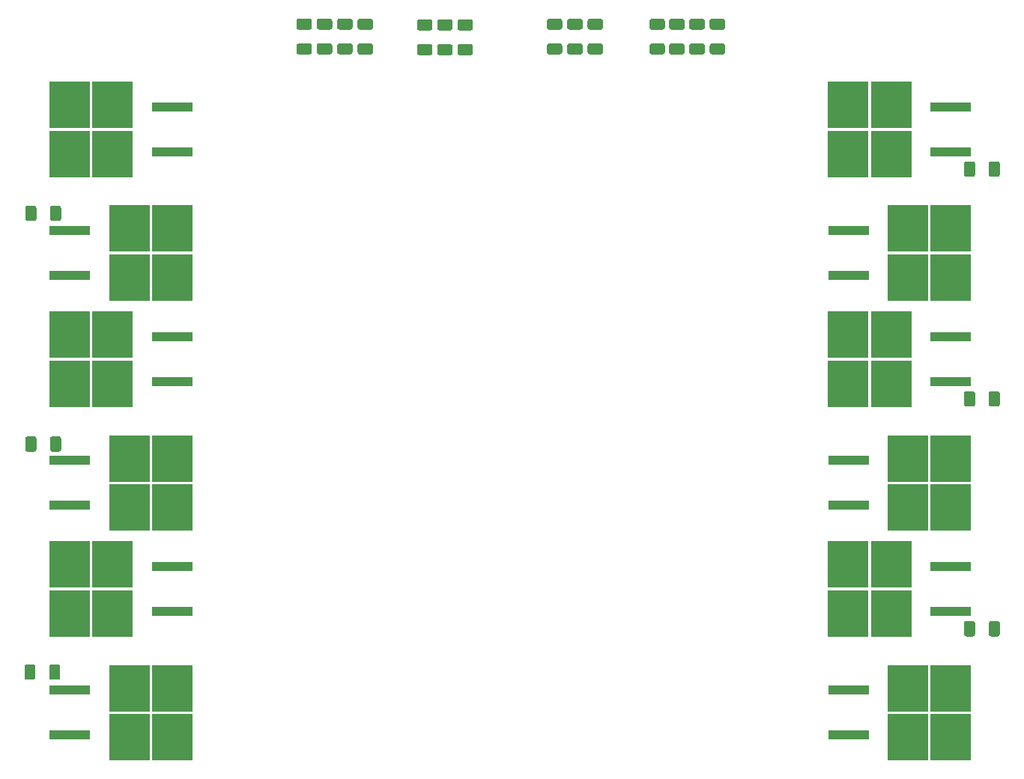
<source format=gbr>
%TF.GenerationSoftware,KiCad,Pcbnew,(5.1.9)-1*%
%TF.CreationDate,2021-03-10T13:59:59+01:00*%
%TF.ProjectId,Bobbycontroller,426f6262-7963-46f6-9e74-726f6c6c6572,rev?*%
%TF.SameCoordinates,Original*%
%TF.FileFunction,Paste,Bot*%
%TF.FilePolarity,Positive*%
%FSLAX46Y46*%
G04 Gerber Fmt 4.6, Leading zero omitted, Abs format (unit mm)*
G04 Created by KiCad (PCBNEW (5.1.9)-1) date 2021-03-10 13:59:59*
%MOMM*%
%LPD*%
G01*
G04 APERTURE LIST*
%ADD10R,4.550000X5.250000*%
%ADD11R,4.600000X1.100000*%
G04 APERTURE END LIST*
%TO.C,C69*%
G36*
G01*
X17975000Y-37125000D02*
X17975000Y-35875000D01*
G75*
G02*
X18225000Y-35625000I250000J0D01*
G01*
X18975000Y-35625000D01*
G75*
G02*
X19225000Y-35875000I0J-250000D01*
G01*
X19225000Y-37125000D01*
G75*
G02*
X18975000Y-37375000I-250000J0D01*
G01*
X18225000Y-37375000D01*
G75*
G02*
X17975000Y-37125000I0J250000D01*
G01*
G37*
G36*
G01*
X15175000Y-37125000D02*
X15175000Y-35875000D01*
G75*
G02*
X15425000Y-35625000I250000J0D01*
G01*
X16175000Y-35625000D01*
G75*
G02*
X16425000Y-35875000I0J-250000D01*
G01*
X16425000Y-37125000D01*
G75*
G02*
X16175000Y-37375000I-250000J0D01*
G01*
X15425000Y-37375000D01*
G75*
G02*
X15175000Y-37125000I0J250000D01*
G01*
G37*
%TD*%
%TO.C,C68*%
G36*
G01*
X17875000Y-89025000D02*
X17875000Y-87775000D01*
G75*
G02*
X18125000Y-87525000I250000J0D01*
G01*
X18875000Y-87525000D01*
G75*
G02*
X19125000Y-87775000I0J-250000D01*
G01*
X19125000Y-89025000D01*
G75*
G02*
X18875000Y-89275000I-250000J0D01*
G01*
X18125000Y-89275000D01*
G75*
G02*
X17875000Y-89025000I0J250000D01*
G01*
G37*
G36*
G01*
X15075000Y-89025000D02*
X15075000Y-87775000D01*
G75*
G02*
X15325000Y-87525000I250000J0D01*
G01*
X16075000Y-87525000D01*
G75*
G02*
X16325000Y-87775000I0J-250000D01*
G01*
X16325000Y-89025000D01*
G75*
G02*
X16075000Y-89275000I-250000J0D01*
G01*
X15325000Y-89275000D01*
G75*
G02*
X15075000Y-89025000I0J250000D01*
G01*
G37*
%TD*%
%TO.C,C67*%
G36*
G01*
X17975000Y-63225000D02*
X17975000Y-61975000D01*
G75*
G02*
X18225000Y-61725000I250000J0D01*
G01*
X18975000Y-61725000D01*
G75*
G02*
X19225000Y-61975000I0J-250000D01*
G01*
X19225000Y-63225000D01*
G75*
G02*
X18975000Y-63475000I-250000J0D01*
G01*
X18225000Y-63475000D01*
G75*
G02*
X17975000Y-63225000I0J250000D01*
G01*
G37*
G36*
G01*
X15175000Y-63225000D02*
X15175000Y-61975000D01*
G75*
G02*
X15425000Y-61725000I250000J0D01*
G01*
X16175000Y-61725000D01*
G75*
G02*
X16425000Y-61975000I0J-250000D01*
G01*
X16425000Y-63225000D01*
G75*
G02*
X16175000Y-63475000I-250000J0D01*
G01*
X15425000Y-63475000D01*
G75*
G02*
X15175000Y-63225000I0J250000D01*
G01*
G37*
%TD*%
%TO.C,C66*%
G36*
G01*
X122525000Y-56875000D02*
X122525000Y-58125000D01*
G75*
G02*
X122275000Y-58375000I-250000J0D01*
G01*
X121525000Y-58375000D01*
G75*
G02*
X121275000Y-58125000I0J250000D01*
G01*
X121275000Y-56875000D01*
G75*
G02*
X121525000Y-56625000I250000J0D01*
G01*
X122275000Y-56625000D01*
G75*
G02*
X122525000Y-56875000I0J-250000D01*
G01*
G37*
G36*
G01*
X125325000Y-56875000D02*
X125325000Y-58125000D01*
G75*
G02*
X125075000Y-58375000I-250000J0D01*
G01*
X124325000Y-58375000D01*
G75*
G02*
X124075000Y-58125000I0J250000D01*
G01*
X124075000Y-56875000D01*
G75*
G02*
X124325000Y-56625000I250000J0D01*
G01*
X125075000Y-56625000D01*
G75*
G02*
X125325000Y-56875000I0J-250000D01*
G01*
G37*
%TD*%
%TO.C,C65*%
G36*
G01*
X122525000Y-82875000D02*
X122525000Y-84125000D01*
G75*
G02*
X122275000Y-84375000I-250000J0D01*
G01*
X121525000Y-84375000D01*
G75*
G02*
X121275000Y-84125000I0J250000D01*
G01*
X121275000Y-82875000D01*
G75*
G02*
X121525000Y-82625000I250000J0D01*
G01*
X122275000Y-82625000D01*
G75*
G02*
X122525000Y-82875000I0J-250000D01*
G01*
G37*
G36*
G01*
X125325000Y-82875000D02*
X125325000Y-84125000D01*
G75*
G02*
X125075000Y-84375000I-250000J0D01*
G01*
X124325000Y-84375000D01*
G75*
G02*
X124075000Y-84125000I0J250000D01*
G01*
X124075000Y-82875000D01*
G75*
G02*
X124325000Y-82625000I250000J0D01*
G01*
X125075000Y-82625000D01*
G75*
G02*
X125325000Y-82875000I0J-250000D01*
G01*
G37*
%TD*%
%TO.C,C64*%
G36*
G01*
X122525000Y-30875000D02*
X122525000Y-32125000D01*
G75*
G02*
X122275000Y-32375000I-250000J0D01*
G01*
X121525000Y-32375000D01*
G75*
G02*
X121275000Y-32125000I0J250000D01*
G01*
X121275000Y-30875000D01*
G75*
G02*
X121525000Y-30625000I250000J0D01*
G01*
X122275000Y-30625000D01*
G75*
G02*
X122525000Y-30875000I0J-250000D01*
G01*
G37*
G36*
G01*
X125325000Y-30875000D02*
X125325000Y-32125000D01*
G75*
G02*
X125075000Y-32375000I-250000J0D01*
G01*
X124325000Y-32375000D01*
G75*
G02*
X124075000Y-32125000I0J250000D01*
G01*
X124075000Y-30875000D01*
G75*
G02*
X124325000Y-30625000I250000J0D01*
G01*
X125075000Y-30625000D01*
G75*
G02*
X125325000Y-30875000I0J-250000D01*
G01*
G37*
%TD*%
%TO.C,C59*%
G36*
G01*
X60955000Y-15805000D02*
X59705000Y-15805000D01*
G75*
G02*
X59455000Y-15555000I0J250000D01*
G01*
X59455000Y-14805000D01*
G75*
G02*
X59705000Y-14555000I250000J0D01*
G01*
X60955000Y-14555000D01*
G75*
G02*
X61205000Y-14805000I0J-250000D01*
G01*
X61205000Y-15555000D01*
G75*
G02*
X60955000Y-15805000I-250000J0D01*
G01*
G37*
G36*
G01*
X60955000Y-18605000D02*
X59705000Y-18605000D01*
G75*
G02*
X59455000Y-18355000I0J250000D01*
G01*
X59455000Y-17605000D01*
G75*
G02*
X59705000Y-17355000I250000J0D01*
G01*
X60955000Y-17355000D01*
G75*
G02*
X61205000Y-17605000I0J-250000D01*
G01*
X61205000Y-18355000D01*
G75*
G02*
X60955000Y-18605000I-250000J0D01*
G01*
G37*
%TD*%
%TO.C,C58*%
G36*
G01*
X77925000Y-15725000D02*
X76675000Y-15725000D01*
G75*
G02*
X76425000Y-15475000I0J250000D01*
G01*
X76425000Y-14725000D01*
G75*
G02*
X76675000Y-14475000I250000J0D01*
G01*
X77925000Y-14475000D01*
G75*
G02*
X78175000Y-14725000I0J-250000D01*
G01*
X78175000Y-15475000D01*
G75*
G02*
X77925000Y-15725000I-250000J0D01*
G01*
G37*
G36*
G01*
X77925000Y-18525000D02*
X76675000Y-18525000D01*
G75*
G02*
X76425000Y-18275000I0J250000D01*
G01*
X76425000Y-17525000D01*
G75*
G02*
X76675000Y-17275000I250000J0D01*
G01*
X77925000Y-17275000D01*
G75*
G02*
X78175000Y-17525000I0J-250000D01*
G01*
X78175000Y-18275000D01*
G75*
G02*
X77925000Y-18525000I-250000J0D01*
G01*
G37*
%TD*%
%TO.C,C57*%
G36*
G01*
X63225000Y-15805000D02*
X61975000Y-15805000D01*
G75*
G02*
X61725000Y-15555000I0J250000D01*
G01*
X61725000Y-14805000D01*
G75*
G02*
X61975000Y-14555000I250000J0D01*
G01*
X63225000Y-14555000D01*
G75*
G02*
X63475000Y-14805000I0J-250000D01*
G01*
X63475000Y-15555000D01*
G75*
G02*
X63225000Y-15805000I-250000J0D01*
G01*
G37*
G36*
G01*
X63225000Y-18605000D02*
X61975000Y-18605000D01*
G75*
G02*
X61725000Y-18355000I0J250000D01*
G01*
X61725000Y-17605000D01*
G75*
G02*
X61975000Y-17355000I250000J0D01*
G01*
X63225000Y-17355000D01*
G75*
G02*
X63475000Y-17605000I0J-250000D01*
G01*
X63475000Y-18355000D01*
G75*
G02*
X63225000Y-18605000I-250000J0D01*
G01*
G37*
%TD*%
%TO.C,C56*%
G36*
G01*
X47325000Y-15725000D02*
X46075000Y-15725000D01*
G75*
G02*
X45825000Y-15475000I0J250000D01*
G01*
X45825000Y-14725000D01*
G75*
G02*
X46075000Y-14475000I250000J0D01*
G01*
X47325000Y-14475000D01*
G75*
G02*
X47575000Y-14725000I0J-250000D01*
G01*
X47575000Y-15475000D01*
G75*
G02*
X47325000Y-15725000I-250000J0D01*
G01*
G37*
G36*
G01*
X47325000Y-18525000D02*
X46075000Y-18525000D01*
G75*
G02*
X45825000Y-18275000I0J250000D01*
G01*
X45825000Y-17525000D01*
G75*
G02*
X46075000Y-17275000I250000J0D01*
G01*
X47325000Y-17275000D01*
G75*
G02*
X47575000Y-17525000I0J-250000D01*
G01*
X47575000Y-18275000D01*
G75*
G02*
X47325000Y-18525000I-250000J0D01*
G01*
G37*
%TD*%
%TO.C,C55*%
G36*
G01*
X80225000Y-15725000D02*
X78975000Y-15725000D01*
G75*
G02*
X78725000Y-15475000I0J250000D01*
G01*
X78725000Y-14725000D01*
G75*
G02*
X78975000Y-14475000I250000J0D01*
G01*
X80225000Y-14475000D01*
G75*
G02*
X80475000Y-14725000I0J-250000D01*
G01*
X80475000Y-15475000D01*
G75*
G02*
X80225000Y-15725000I-250000J0D01*
G01*
G37*
G36*
G01*
X80225000Y-18525000D02*
X78975000Y-18525000D01*
G75*
G02*
X78725000Y-18275000I0J250000D01*
G01*
X78725000Y-17525000D01*
G75*
G02*
X78975000Y-17275000I250000J0D01*
G01*
X80225000Y-17275000D01*
G75*
G02*
X80475000Y-17525000I0J-250000D01*
G01*
X80475000Y-18275000D01*
G75*
G02*
X80225000Y-18525000I-250000J0D01*
G01*
G37*
%TD*%
%TO.C,C54*%
G36*
G01*
X65525000Y-15805000D02*
X64275000Y-15805000D01*
G75*
G02*
X64025000Y-15555000I0J250000D01*
G01*
X64025000Y-14805000D01*
G75*
G02*
X64275000Y-14555000I250000J0D01*
G01*
X65525000Y-14555000D01*
G75*
G02*
X65775000Y-14805000I0J-250000D01*
G01*
X65775000Y-15555000D01*
G75*
G02*
X65525000Y-15805000I-250000J0D01*
G01*
G37*
G36*
G01*
X65525000Y-18605000D02*
X64275000Y-18605000D01*
G75*
G02*
X64025000Y-18355000I0J250000D01*
G01*
X64025000Y-17605000D01*
G75*
G02*
X64275000Y-17355000I250000J0D01*
G01*
X65525000Y-17355000D01*
G75*
G02*
X65775000Y-17605000I0J-250000D01*
G01*
X65775000Y-18355000D01*
G75*
G02*
X65525000Y-18605000I-250000J0D01*
G01*
G37*
%TD*%
%TO.C,C53*%
G36*
G01*
X49625000Y-15715000D02*
X48375000Y-15715000D01*
G75*
G02*
X48125000Y-15465000I0J250000D01*
G01*
X48125000Y-14715000D01*
G75*
G02*
X48375000Y-14465000I250000J0D01*
G01*
X49625000Y-14465000D01*
G75*
G02*
X49875000Y-14715000I0J-250000D01*
G01*
X49875000Y-15465000D01*
G75*
G02*
X49625000Y-15715000I-250000J0D01*
G01*
G37*
G36*
G01*
X49625000Y-18515000D02*
X48375000Y-18515000D01*
G75*
G02*
X48125000Y-18265000I0J250000D01*
G01*
X48125000Y-17515000D01*
G75*
G02*
X48375000Y-17265000I250000J0D01*
G01*
X49625000Y-17265000D01*
G75*
G02*
X49875000Y-17515000I0J-250000D01*
G01*
X49875000Y-18265000D01*
G75*
G02*
X49625000Y-18515000I-250000J0D01*
G01*
G37*
%TD*%
%TO.C,C52*%
G36*
G01*
X87225000Y-15725000D02*
X85975000Y-15725000D01*
G75*
G02*
X85725000Y-15475000I0J250000D01*
G01*
X85725000Y-14725000D01*
G75*
G02*
X85975000Y-14475000I250000J0D01*
G01*
X87225000Y-14475000D01*
G75*
G02*
X87475000Y-14725000I0J-250000D01*
G01*
X87475000Y-15475000D01*
G75*
G02*
X87225000Y-15725000I-250000J0D01*
G01*
G37*
G36*
G01*
X87225000Y-18525000D02*
X85975000Y-18525000D01*
G75*
G02*
X85725000Y-18275000I0J250000D01*
G01*
X85725000Y-17525000D01*
G75*
G02*
X85975000Y-17275000I250000J0D01*
G01*
X87225000Y-17275000D01*
G75*
G02*
X87475000Y-17525000I0J-250000D01*
G01*
X87475000Y-18275000D01*
G75*
G02*
X87225000Y-18525000I-250000J0D01*
G01*
G37*
%TD*%
%TO.C,C51*%
G36*
G01*
X75625000Y-15725000D02*
X74375000Y-15725000D01*
G75*
G02*
X74125000Y-15475000I0J250000D01*
G01*
X74125000Y-14725000D01*
G75*
G02*
X74375000Y-14475000I250000J0D01*
G01*
X75625000Y-14475000D01*
G75*
G02*
X75875000Y-14725000I0J-250000D01*
G01*
X75875000Y-15475000D01*
G75*
G02*
X75625000Y-15725000I-250000J0D01*
G01*
G37*
G36*
G01*
X75625000Y-18525000D02*
X74375000Y-18525000D01*
G75*
G02*
X74125000Y-18275000I0J250000D01*
G01*
X74125000Y-17525000D01*
G75*
G02*
X74375000Y-17275000I250000J0D01*
G01*
X75625000Y-17275000D01*
G75*
G02*
X75875000Y-17525000I0J-250000D01*
G01*
X75875000Y-18275000D01*
G75*
G02*
X75625000Y-18525000I-250000J0D01*
G01*
G37*
%TD*%
%TO.C,C50*%
G36*
G01*
X51925000Y-15715000D02*
X50675000Y-15715000D01*
G75*
G02*
X50425000Y-15465000I0J250000D01*
G01*
X50425000Y-14715000D01*
G75*
G02*
X50675000Y-14465000I250000J0D01*
G01*
X51925000Y-14465000D01*
G75*
G02*
X52175000Y-14715000I0J-250000D01*
G01*
X52175000Y-15465000D01*
G75*
G02*
X51925000Y-15715000I-250000J0D01*
G01*
G37*
G36*
G01*
X51925000Y-18515000D02*
X50675000Y-18515000D01*
G75*
G02*
X50425000Y-18265000I0J250000D01*
G01*
X50425000Y-17515000D01*
G75*
G02*
X50675000Y-17265000I250000J0D01*
G01*
X51925000Y-17265000D01*
G75*
G02*
X52175000Y-17515000I0J-250000D01*
G01*
X52175000Y-18265000D01*
G75*
G02*
X51925000Y-18515000I-250000J0D01*
G01*
G37*
%TD*%
%TO.C,C49*%
G36*
G01*
X89445000Y-15725000D02*
X88195000Y-15725000D01*
G75*
G02*
X87945000Y-15475000I0J250000D01*
G01*
X87945000Y-14725000D01*
G75*
G02*
X88195000Y-14475000I250000J0D01*
G01*
X89445000Y-14475000D01*
G75*
G02*
X89695000Y-14725000I0J-250000D01*
G01*
X89695000Y-15475000D01*
G75*
G02*
X89445000Y-15725000I-250000J0D01*
G01*
G37*
G36*
G01*
X89445000Y-18525000D02*
X88195000Y-18525000D01*
G75*
G02*
X87945000Y-18275000I0J250000D01*
G01*
X87945000Y-17525000D01*
G75*
G02*
X88195000Y-17275000I250000J0D01*
G01*
X89445000Y-17275000D01*
G75*
G02*
X89695000Y-17525000I0J-250000D01*
G01*
X89695000Y-18275000D01*
G75*
G02*
X89445000Y-18525000I-250000J0D01*
G01*
G37*
%TD*%
%TO.C,C48*%
G36*
G01*
X54225000Y-15725000D02*
X52975000Y-15725000D01*
G75*
G02*
X52725000Y-15475000I0J250000D01*
G01*
X52725000Y-14725000D01*
G75*
G02*
X52975000Y-14475000I250000J0D01*
G01*
X54225000Y-14475000D01*
G75*
G02*
X54475000Y-14725000I0J-250000D01*
G01*
X54475000Y-15475000D01*
G75*
G02*
X54225000Y-15725000I-250000J0D01*
G01*
G37*
G36*
G01*
X54225000Y-18525000D02*
X52975000Y-18525000D01*
G75*
G02*
X52725000Y-18275000I0J250000D01*
G01*
X52725000Y-17525000D01*
G75*
G02*
X52975000Y-17275000I250000J0D01*
G01*
X54225000Y-17275000D01*
G75*
G02*
X54475000Y-17525000I0J-250000D01*
G01*
X54475000Y-18275000D01*
G75*
G02*
X54225000Y-18525000I-250000J0D01*
G01*
G37*
%TD*%
%TO.C,C47*%
G36*
G01*
X91725000Y-15725000D02*
X90475000Y-15725000D01*
G75*
G02*
X90225000Y-15475000I0J250000D01*
G01*
X90225000Y-14725000D01*
G75*
G02*
X90475000Y-14475000I250000J0D01*
G01*
X91725000Y-14475000D01*
G75*
G02*
X91975000Y-14725000I0J-250000D01*
G01*
X91975000Y-15475000D01*
G75*
G02*
X91725000Y-15725000I-250000J0D01*
G01*
G37*
G36*
G01*
X91725000Y-18525000D02*
X90475000Y-18525000D01*
G75*
G02*
X90225000Y-18275000I0J250000D01*
G01*
X90225000Y-17525000D01*
G75*
G02*
X90475000Y-17275000I250000J0D01*
G01*
X91725000Y-17275000D01*
G75*
G02*
X91975000Y-17525000I0J-250000D01*
G01*
X91975000Y-18275000D01*
G75*
G02*
X91725000Y-18525000I-250000J0D01*
G01*
G37*
%TD*%
%TO.C,C46*%
G36*
G01*
X94025000Y-15725000D02*
X92775000Y-15725000D01*
G75*
G02*
X92525000Y-15475000I0J250000D01*
G01*
X92525000Y-14725000D01*
G75*
G02*
X92775000Y-14475000I250000J0D01*
G01*
X94025000Y-14475000D01*
G75*
G02*
X94275000Y-14725000I0J-250000D01*
G01*
X94275000Y-15475000D01*
G75*
G02*
X94025000Y-15725000I-250000J0D01*
G01*
G37*
G36*
G01*
X94025000Y-18525000D02*
X92775000Y-18525000D01*
G75*
G02*
X92525000Y-18275000I0J250000D01*
G01*
X92525000Y-17525000D01*
G75*
G02*
X92775000Y-17275000I250000J0D01*
G01*
X94025000Y-17275000D01*
G75*
G02*
X94275000Y-17525000I0J-250000D01*
G01*
X94275000Y-18275000D01*
G75*
G02*
X94025000Y-18525000I-250000J0D01*
G01*
G37*
%TD*%
D10*
%TO.C,V11*%
X26950000Y-38225000D03*
X31800000Y-43775000D03*
X26950000Y-43775000D03*
X31800000Y-38225000D03*
D11*
X20225000Y-38460000D03*
X20225000Y-43540000D03*
%TD*%
D10*
%TO.C,V10*%
X25050000Y-29775000D03*
X20200000Y-24225000D03*
X25050000Y-24225000D03*
X20200000Y-29775000D03*
D11*
X31775000Y-29540000D03*
X31775000Y-24460000D03*
%TD*%
D10*
%TO.C,V9*%
X26950000Y-64225000D03*
X31800000Y-69775000D03*
X26950000Y-69775000D03*
X31800000Y-64225000D03*
D11*
X20225000Y-64460000D03*
X20225000Y-69540000D03*
%TD*%
D10*
%TO.C,V8*%
X25050000Y-55775000D03*
X20200000Y-50225000D03*
X25050000Y-50225000D03*
X20200000Y-55775000D03*
D11*
X31775000Y-55540000D03*
X31775000Y-50460000D03*
%TD*%
D10*
%TO.C,V7*%
X26950000Y-90225000D03*
X31800000Y-95775000D03*
X26950000Y-95775000D03*
X31800000Y-90225000D03*
D11*
X20225000Y-90460000D03*
X20225000Y-95540000D03*
%TD*%
D10*
%TO.C,V6*%
X25050000Y-81775000D03*
X20200000Y-76225000D03*
X25050000Y-76225000D03*
X20200000Y-81775000D03*
D11*
X31775000Y-81540000D03*
X31775000Y-76460000D03*
%TD*%
D10*
%TO.C,V5*%
X113050000Y-29775000D03*
X108200000Y-24225000D03*
X113050000Y-24225000D03*
X108200000Y-29775000D03*
D11*
X119775000Y-29540000D03*
X119775000Y-24460000D03*
%TD*%
D10*
%TO.C,V4*%
X114950000Y-38225000D03*
X119800000Y-43775000D03*
X114950000Y-43775000D03*
X119800000Y-38225000D03*
D11*
X108225000Y-38460000D03*
X108225000Y-43540000D03*
%TD*%
D10*
%TO.C,V3*%
X113050000Y-55775000D03*
X108200000Y-50225000D03*
X113050000Y-50225000D03*
X108200000Y-55775000D03*
D11*
X119775000Y-55540000D03*
X119775000Y-50460000D03*
%TD*%
D10*
%TO.C,V2*%
X114950000Y-64225000D03*
X119800000Y-69775000D03*
X114950000Y-69775000D03*
X119800000Y-64225000D03*
D11*
X108225000Y-64460000D03*
X108225000Y-69540000D03*
%TD*%
D10*
%TO.C,V1*%
X113050000Y-81775000D03*
X108200000Y-76225000D03*
X113050000Y-76225000D03*
X108200000Y-81775000D03*
D11*
X119775000Y-81540000D03*
X119775000Y-76460000D03*
%TD*%
D10*
%TO.C,V0*%
X114950000Y-90225000D03*
X119800000Y-95775000D03*
X114950000Y-95775000D03*
X119800000Y-90225000D03*
D11*
X108225000Y-90460000D03*
X108225000Y-95540000D03*
%TD*%
M02*

</source>
